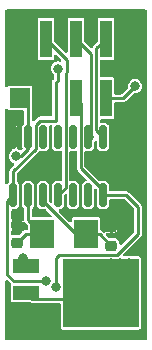
<source format=gbr>
%TF.GenerationSoftware,KiCad,Pcbnew,(6.0.9)*%
%TF.CreationDate,2022-11-21T17:19:19+00:00*%
%TF.ProjectId,DLSB-DRIVERBOARD-V1,444c5342-2d44-4524-9956-4552424f4152,rev?*%
%TF.SameCoordinates,Original*%
%TF.FileFunction,Copper,L1,Top*%
%TF.FilePolarity,Positive*%
%FSLAX46Y46*%
G04 Gerber Fmt 4.6, Leading zero omitted, Abs format (unit mm)*
G04 Created by KiCad (PCBNEW (6.0.9)) date 2022-11-21 17:19:19*
%MOMM*%
%LPD*%
G01*
G04 APERTURE LIST*
G04 Aperture macros list*
%AMRoundRect*
0 Rectangle with rounded corners*
0 $1 Rounding radius*
0 $2 $3 $4 $5 $6 $7 $8 $9 X,Y pos of 4 corners*
0 Add a 4 corners polygon primitive as box body*
4,1,4,$2,$3,$4,$5,$6,$7,$8,$9,$2,$3,0*
0 Add four circle primitives for the rounded corners*
1,1,$1+$1,$2,$3*
1,1,$1+$1,$4,$5*
1,1,$1+$1,$6,$7*
1,1,$1+$1,$8,$9*
0 Add four rect primitives between the rounded corners*
20,1,$1+$1,$2,$3,$4,$5,0*
20,1,$1+$1,$4,$5,$6,$7,0*
20,1,$1+$1,$6,$7,$8,$9,0*
20,1,$1+$1,$8,$9,$2,$3,0*%
G04 Aperture macros list end*
%TA.AperFunction,ComponentPad*%
%ADD10R,1.700000X1.700000*%
%TD*%
%TA.AperFunction,SMDPad,CuDef*%
%ADD11RoundRect,0.225000X0.250000X-0.225000X0.250000X0.225000X-0.250000X0.225000X-0.250000X-0.225000X0*%
%TD*%
%TA.AperFunction,SMDPad,CuDef*%
%ADD12R,1.000000X3.150000*%
%TD*%
%TA.AperFunction,SMDPad,CuDef*%
%ADD13RoundRect,0.150000X0.150000X-0.825000X0.150000X0.825000X-0.150000X0.825000X-0.150000X-0.825000X0*%
%TD*%
%TA.AperFunction,SMDPad,CuDef*%
%ADD14R,2.200000X1.200000*%
%TD*%
%TA.AperFunction,SMDPad,CuDef*%
%ADD15R,6.400000X5.800000*%
%TD*%
%TA.AperFunction,SMDPad,CuDef*%
%ADD16R,2.000000X2.400000*%
%TD*%
%TA.AperFunction,ViaPad*%
%ADD17C,0.800000*%
%TD*%
%TA.AperFunction,Conductor*%
%ADD18C,0.250000*%
%TD*%
G04 APERTURE END LIST*
D10*
%TO.P,J4,1,Pin_1*%
%TO.N,ADC0*%
X-4750000Y6500000D03*
%TD*%
D11*
%TO.P,C4,1*%
%TO.N,PB1*%
X3000000Y-6000000D03*
%TO.P,C4,2*%
%TO.N,GND*%
X3000000Y-4450000D03*
%TD*%
%TO.P,C3,1*%
%TO.N,CLKI*%
X-5000000Y-5775000D03*
%TO.P,C3,2*%
%TO.N,GND*%
X-5000000Y-4225000D03*
%TD*%
D12*
%TO.P,J1,1,Pin_1*%
%TO.N,ADC5*%
X2540000Y11525000D03*
%TO.P,J1,2,Pin_2*%
%TO.N,VOUT*%
X2540000Y6475000D03*
%TO.P,J1,3,Pin_3*%
%TO.N,ADC4*%
X0Y11525000D03*
%TO.P,J1,4,Pin_4*%
%TO.N,ADC6*%
X0Y6475000D03*
%TO.P,J1,5,Pin_5*%
%TO.N,PB3*%
X-2540000Y11525000D03*
%TO.P,J1,6,Pin_6*%
%TO.N,GND*%
X-2540000Y6475000D03*
%TD*%
D13*
%TO.P,U1,14,GND*%
%TO.N,GND*%
X-5310000Y3225000D03*
%TO.P,U1,13,PA0*%
%TO.N,ADC0*%
X-4040000Y3225000D03*
%TO.P,U1,12,PA1*%
%TO.N,ADC1*%
X-2770000Y3225000D03*
%TO.P,U1,11,PA2*%
%TO.N,ADC2*%
X-1500000Y3225000D03*
%TO.P,U1,10,PA3*%
%TO.N,ADC3*%
X-230000Y3225000D03*
%TO.P,U1,9,PA4*%
%TO.N,ADC4*%
X1040000Y3225000D03*
%TO.P,U1,8,PA5*%
%TO.N,ADC5*%
X2310000Y3225000D03*
%TO.P,U1,7,PA6*%
%TO.N,ADC6*%
X2310000Y-1725000D03*
%TO.P,U1,6,PA7*%
%TO.N,ADC7*%
X1040000Y-1725000D03*
%TO.P,U1,5,PB2*%
%TO.N,CKOUT*%
X-230000Y-1725000D03*
%TO.P,U1,4,~{RESET}/PB3*%
%TO.N,PB3*%
X-1500000Y-1725000D03*
%TO.P,U1,3,PB1*%
%TO.N,PB1*%
X-2770000Y-1725000D03*
%TO.P,U1,2,PB0*%
%TO.N,CLKI*%
X-4040000Y-1725000D03*
%TO.P,U1,1,VCC*%
%TO.N,VOUT*%
X-5310000Y-1725000D03*
%TD*%
D14*
%TO.P,Q2,1,G*%
%TO.N,Net-(Q1-Pad2)*%
X-4200000Y-7720000D03*
D15*
%TO.P,Q2,2,D*%
%TO.N,OUTPUT01*%
X2100000Y-10000000D03*
D14*
X-4200000Y-10000000D03*
%TO.P,Q2,3,S*%
%TO.N,GND*%
X-4200000Y-12280000D03*
%TD*%
D16*
%TO.P,Y1,1,1*%
%TO.N,CLKI*%
X-2850000Y-5000000D03*
%TO.P,Y1,2,2*%
%TO.N,PB1*%
X850000Y-5000000D03*
%TD*%
D17*
%TO.N,GND*%
X3862701Y-2449500D03*
%TO.N,VOUT*%
X-2547226Y-8970502D03*
%TO.N,ADC6*%
X-1699502Y-9500000D03*
%TO.N,ADC4*%
X1119500Y3225000D03*
%TO.N,OUTPUT01*%
X4500000Y-9750000D03*
X3750000Y-9750000D03*
X3000000Y-9750000D03*
X4500000Y-9000000D03*
X3750000Y-9000000D03*
X3000000Y-9000000D03*
X3000000Y-8250000D03*
X3750000Y-8250000D03*
X4500000Y-8250000D03*
X4500000Y-7500000D03*
X3750000Y-7500000D03*
X3000000Y-7500000D03*
%TO.N,GND*%
X-4250000Y-13000000D03*
X-5000000Y-13000000D03*
X-4250000Y-11500000D03*
X-5000000Y-11500000D03*
%TO.N,Net-(Q1-Pad2)*%
X-4500000Y-7000000D03*
%TO.N,GND*%
X-5068549Y-3568549D03*
%TO.N,VOUT*%
X5000000Y7500000D03*
%TO.N,ADC0*%
X-5061424Y1561423D03*
%TO.N,GND*%
X-5000000Y5000000D03*
%TO.N,VOUT*%
X-1500000Y9000000D03*
%TO.N,GND*%
X-2500000Y9000000D03*
%TD*%
D18*
%TO.N,ADC0*%
X-4040000Y5790000D02*
X-4040000Y3225000D01*
X-4750000Y6500000D02*
X-4040000Y5790000D01*
%TO.N,GND*%
X4000000Y-2312201D02*
X3862701Y-2449500D01*
X4000000Y-3450000D02*
X4000000Y-2312201D01*
X3000000Y-4450000D02*
X4000000Y-3450000D01*
%TO.N,ADC6*%
X5250000Y-5002817D02*
X3477817Y-6775000D01*
X4225000Y-1725000D02*
X5250000Y-2750000D01*
X2310000Y-1725000D02*
X4225000Y-1725000D01*
X5250000Y-2750000D02*
X5250000Y-5002817D01*
%TO.N,VOUT*%
X-2517728Y-9000000D02*
X-2547226Y-8970502D01*
X-5800000Y-8470000D02*
X-5270000Y-9000000D01*
X-5800000Y-2215000D02*
X-5800000Y-8470000D01*
X-5310000Y-1725000D02*
X-5800000Y-2215000D01*
X-5270000Y-9000000D02*
X-2517728Y-9000000D01*
%TO.N,OUTPUT01*%
X-3700000Y-10500000D02*
X-4200000Y-10000000D01*
X1600000Y-10500000D02*
X-3700000Y-10500000D01*
X2100000Y-10000000D02*
X1600000Y-10500000D01*
%TO.N,ADC6*%
X-1425000Y-6775000D02*
X3477817Y-6775000D01*
X-1699502Y-7049502D02*
X-1425000Y-6775000D01*
X-1699502Y-9500000D02*
X-1699502Y-7049502D01*
%TO.N,GND*%
X-4000000Y-12000000D02*
X-5000000Y-13000000D01*
X-4720000Y-12280000D02*
X-5000000Y-12000000D01*
X-4200000Y-12280000D02*
X-4720000Y-12280000D01*
%TO.N,Net-(Q1-Pad2)*%
X-4500000Y-7420000D02*
X-4200000Y-7720000D01*
X-4500000Y-7000000D02*
X-4500000Y-7420000D01*
%TO.N,GND*%
X-5000000Y-3500000D02*
X-5068549Y-3568549D01*
X-5000000Y-4225000D02*
X-5000000Y-3500000D01*
%TO.N,VOUT*%
X3975000Y6475000D02*
X5000000Y7500000D01*
X2540000Y6475000D02*
X3975000Y6475000D01*
%TO.N,ADC0*%
X-4040000Y2194645D02*
X-4617323Y1617322D01*
X-4673222Y1561423D02*
X-5061424Y1561423D01*
X-4617323Y1617322D02*
X-4673222Y1561423D01*
X-4040000Y3225000D02*
X-4040000Y2194645D01*
%TO.N,GND*%
X-5310000Y4690000D02*
X-5000000Y5000000D01*
X-5310000Y3225000D02*
X-5310000Y4690000D01*
%TO.N,ADC6*%
X2310000Y-1310000D02*
X2310000Y-1725000D01*
X395000Y6080000D02*
X395000Y605000D01*
X395000Y605000D02*
X2310000Y-1310000D01*
X0Y6475000D02*
X395000Y6080000D01*
%TO.N,PB3*%
X-875000Y-1100000D02*
X-1500000Y-1725000D01*
X-775000Y8699695D02*
X-875000Y8599695D01*
X-875000Y8599695D02*
X-875000Y-1100000D01*
X-775000Y9760000D02*
X-775000Y8699695D01*
X-2540000Y11525000D02*
X-775000Y9760000D01*
%TO.N,VOUT*%
X-1500000Y8000000D02*
X-1500000Y9000000D01*
X-1715000Y7785000D02*
X-1500000Y8000000D01*
%TO.N,GND*%
X-2540000Y8960000D02*
X-2500000Y9000000D01*
X-2540000Y6475000D02*
X-2540000Y8960000D01*
%TO.N,ADC4*%
X1265000Y3450000D02*
X1040000Y3225000D01*
X1265000Y10260000D02*
X1265000Y3450000D01*
X0Y11525000D02*
X1265000Y10260000D01*
%TO.N,ADC5*%
X1715000Y3820000D02*
X2310000Y3225000D01*
X2540000Y11525000D02*
X1715000Y10700000D01*
X1715000Y10700000D02*
X1715000Y3820000D01*
%TO.N,VOUT*%
X-1715000Y4575000D02*
X-1715000Y7785000D01*
X-3395000Y4246751D02*
X-3066751Y4575000D01*
X-3066751Y4575000D02*
X-1715000Y4575000D01*
X-3395000Y2203249D02*
X-3395000Y4246751D01*
X-5310000Y288249D02*
X-3395000Y2203249D01*
X-5310000Y-1725000D02*
X-5310000Y288249D01*
%TO.N,PB3*%
X-1500000Y-961751D02*
X-1500000Y-1725000D01*
%TO.N,CLKI*%
X-4225000Y-5000000D02*
X-5000000Y-5775000D01*
X-2850000Y-5000000D02*
X-4225000Y-5000000D01*
%TO.N,PB1*%
X850000Y-5000000D02*
X2000000Y-5000000D01*
X2000000Y-5000000D02*
X3000000Y-6000000D01*
X0Y-5000000D02*
X850000Y-5000000D01*
X-2770000Y-2230000D02*
X0Y-5000000D01*
X-2770000Y-1725000D02*
X-2770000Y-2230000D01*
%TO.N,CLKI*%
X-4040000Y-3810000D02*
X-2850000Y-5000000D01*
X-4040000Y-1725000D02*
X-4040000Y-3810000D01*
%TD*%
%TA.AperFunction,Conductor*%
%TO.N,GND*%
G36*
X5941121Y13978998D02*
G01*
X5987614Y13925342D01*
X5999000Y13873000D01*
X5999000Y-13873000D01*
X5978998Y-13941121D01*
X5925342Y-13987614D01*
X5873000Y-13999000D01*
X-5873000Y-13999000D01*
X-5941121Y-13978998D01*
X-5987614Y-13925342D01*
X-5999000Y-13873000D01*
X-5999000Y-12861885D01*
X-5300000Y-12861885D01*
X-5295525Y-12877124D01*
X-5294135Y-12878329D01*
X-5286452Y-12880000D01*
X-4368115Y-12880000D01*
X-4352876Y-12875525D01*
X-4351671Y-12874135D01*
X-4350000Y-12866452D01*
X-4350000Y-12861885D01*
X-4050000Y-12861885D01*
X-4045525Y-12877124D01*
X-4044135Y-12878329D01*
X-4036452Y-12880000D01*
X-3118115Y-12880000D01*
X-3102876Y-12875525D01*
X-3101671Y-12874135D01*
X-3100000Y-12866452D01*
X-3100000Y-12448115D01*
X-3104475Y-12432876D01*
X-3105865Y-12431671D01*
X-3113548Y-12430000D01*
X-4031885Y-12430000D01*
X-4047124Y-12434475D01*
X-4048329Y-12435865D01*
X-4050000Y-12443548D01*
X-4050000Y-12861885D01*
X-4350000Y-12861885D01*
X-4350000Y-12448115D01*
X-4354475Y-12432876D01*
X-4355865Y-12431671D01*
X-4363548Y-12430000D01*
X-5281885Y-12430000D01*
X-5297124Y-12434475D01*
X-5298329Y-12435865D01*
X-5300000Y-12443548D01*
X-5300000Y-12861885D01*
X-5999000Y-12861885D01*
X-5999000Y-12111885D01*
X-5300000Y-12111885D01*
X-5295525Y-12127124D01*
X-5294135Y-12128329D01*
X-5286452Y-12130000D01*
X-4368115Y-12130000D01*
X-4352876Y-12125525D01*
X-4351671Y-12124135D01*
X-4350000Y-12116452D01*
X-4350000Y-12111885D01*
X-4050000Y-12111885D01*
X-4045525Y-12127124D01*
X-4044135Y-12128329D01*
X-4036452Y-12130000D01*
X-3118115Y-12130000D01*
X-3102876Y-12125525D01*
X-3101671Y-12124135D01*
X-3100000Y-12116452D01*
X-3100000Y-11698115D01*
X-3104475Y-11682876D01*
X-3105865Y-11681671D01*
X-3113548Y-11680000D01*
X-4031885Y-11680000D01*
X-4047124Y-11684475D01*
X-4048329Y-11685865D01*
X-4050000Y-11693548D01*
X-4050000Y-12111885D01*
X-4350000Y-12111885D01*
X-4350000Y-11698115D01*
X-4354475Y-11682876D01*
X-4355865Y-11681671D01*
X-4363548Y-11680000D01*
X-5281885Y-11680000D01*
X-5297124Y-11684475D01*
X-5298329Y-11685865D01*
X-5300000Y-11693548D01*
X-5300000Y-12111885D01*
X-5999000Y-12111885D01*
X-5999000Y-9035517D01*
X-5978998Y-8967396D01*
X-5925342Y-8920903D01*
X-5855068Y-8910799D01*
X-5790488Y-8940293D01*
X-5783910Y-8946416D01*
X-5537691Y-9192636D01*
X-5523023Y-9207304D01*
X-5488998Y-9269616D01*
X-5493587Y-9320830D01*
X-5488867Y-9321769D01*
X-5500500Y-9380252D01*
X-5500500Y-10619748D01*
X-5488867Y-10678231D01*
X-5444552Y-10744552D01*
X-5378231Y-10788867D01*
X-5366062Y-10791288D01*
X-5366061Y-10791288D01*
X-5325816Y-10799293D01*
X-5319748Y-10800500D01*
X-3857381Y-10800500D01*
X-3818706Y-10807320D01*
X-3813045Y-10810588D01*
X-3779301Y-10816538D01*
X-3775942Y-10817130D01*
X-3765215Y-10819508D01*
X-3728807Y-10829264D01*
X-3717831Y-10828304D01*
X-3717828Y-10828304D01*
X-3691257Y-10825979D01*
X-3680276Y-10825500D01*
X-1426500Y-10825500D01*
X-1358379Y-10845502D01*
X-1311886Y-10899158D01*
X-1300500Y-10951500D01*
X-1300500Y-12919748D01*
X-1288867Y-12978231D01*
X-1244552Y-13044552D01*
X-1178231Y-13088867D01*
X-1166062Y-13091288D01*
X-1166061Y-13091288D01*
X-1125816Y-13099293D01*
X-1119748Y-13100500D01*
X5319748Y-13100500D01*
X5325816Y-13099293D01*
X5366061Y-13091288D01*
X5366062Y-13091288D01*
X5378231Y-13088867D01*
X5444552Y-13044552D01*
X5488867Y-12978231D01*
X5500500Y-12919748D01*
X5500500Y-7080252D01*
X5488867Y-7021769D01*
X5444552Y-6955448D01*
X5404539Y-6928712D01*
X5388547Y-6918026D01*
X5378231Y-6911133D01*
X5366062Y-6908712D01*
X5366061Y-6908712D01*
X5325816Y-6900707D01*
X5319748Y-6899500D01*
X4547619Y-6899500D01*
X4531173Y-6898422D01*
X4508188Y-6895396D01*
X4500000Y-6894318D01*
X4491812Y-6895396D01*
X4468827Y-6898422D01*
X4452381Y-6899500D01*
X4117833Y-6899500D01*
X4049712Y-6879498D01*
X4003219Y-6825842D01*
X3993115Y-6755568D01*
X4022609Y-6690988D01*
X4028738Y-6684405D01*
X4674766Y-6038378D01*
X5466222Y-5246922D01*
X5474326Y-5239495D01*
X5494750Y-5222357D01*
X5503194Y-5215272D01*
X5508704Y-5205729D01*
X5508707Y-5205725D01*
X5522036Y-5182638D01*
X5527941Y-5173368D01*
X5543232Y-5151530D01*
X5549554Y-5142501D01*
X5552407Y-5131853D01*
X5553886Y-5128682D01*
X5555078Y-5125406D01*
X5560588Y-5115862D01*
X5567134Y-5078741D01*
X5569508Y-5068034D01*
X5579263Y-5031624D01*
X5575979Y-4994086D01*
X5575500Y-4983105D01*
X5575500Y-2769710D01*
X5575980Y-2758728D01*
X5578303Y-2732180D01*
X5578303Y-2732178D01*
X5579264Y-2721193D01*
X5569508Y-2684785D01*
X5567130Y-2674058D01*
X5563260Y-2652112D01*
X5560588Y-2636955D01*
X5555077Y-2627410D01*
X5553885Y-2624134D01*
X5552408Y-2620966D01*
X5549554Y-2610316D01*
X5527945Y-2579456D01*
X5522039Y-2570185D01*
X5508707Y-2547094D01*
X5503194Y-2537545D01*
X5474317Y-2513315D01*
X5466215Y-2505889D01*
X4469111Y-1508785D01*
X4461684Y-1500681D01*
X4444541Y-1480251D01*
X4444542Y-1480251D01*
X4437455Y-1471806D01*
X4427906Y-1466293D01*
X4404815Y-1452961D01*
X4395544Y-1447055D01*
X4373715Y-1431770D01*
X4364684Y-1425446D01*
X4354034Y-1422592D01*
X4350866Y-1421115D01*
X4347590Y-1419923D01*
X4338045Y-1414412D01*
X4304301Y-1408462D01*
X4300942Y-1407870D01*
X4290215Y-1405492D01*
X4253807Y-1395736D01*
X4242822Y-1396697D01*
X4242820Y-1396697D01*
X4216272Y-1399020D01*
X4205290Y-1399500D01*
X2936500Y-1399500D01*
X2868379Y-1379498D01*
X2821886Y-1325842D01*
X2810500Y-1273500D01*
X2810500Y-866782D01*
X2801871Y-808162D01*
X2801784Y-807574D01*
X2801784Y-807573D01*
X2800358Y-797888D01*
X2775860Y-747992D01*
X2753522Y-702493D01*
X2753521Y-702491D01*
X2748932Y-693145D01*
X2666350Y-610707D01*
X2561518Y-559464D01*
X2527800Y-554545D01*
X2497744Y-550160D01*
X2497740Y-550160D01*
X2493218Y-549500D01*
X2126782Y-549500D01*
X2122230Y-550170D01*
X2122218Y-550171D01*
X2087495Y-555283D01*
X2017187Y-545416D01*
X1980048Y-519722D01*
X757405Y702921D01*
X723379Y765233D01*
X720500Y792016D01*
X720500Y1924246D01*
X740502Y1992367D01*
X794158Y2038860D01*
X854862Y2049780D01*
X856782Y2049500D01*
X1223218Y2049500D01*
X1227768Y2050170D01*
X1227771Y2050170D01*
X1282426Y2058216D01*
X1282427Y2058216D01*
X1292112Y2059642D01*
X1345714Y2085959D01*
X1387507Y2106478D01*
X1387509Y2106479D01*
X1396855Y2111068D01*
X1479293Y2193650D01*
X1530536Y2298482D01*
X1535302Y2331152D01*
X1539840Y2362256D01*
X1539840Y2362260D01*
X1540500Y2366782D01*
X1540500Y2744456D01*
X1560502Y2812577D01*
X1566537Y2821160D01*
X1583537Y2843315D01*
X1640875Y2885182D01*
X1711746Y2889404D01*
X1773649Y2854640D01*
X1806930Y2791928D01*
X1809500Y2766611D01*
X1809500Y2366782D01*
X1810170Y2362232D01*
X1810170Y2362229D01*
X1818216Y2307574D01*
X1819642Y2297888D01*
X1871068Y2193145D01*
X1953650Y2110707D01*
X1963006Y2106134D01*
X1963007Y2106133D01*
X1990501Y2092694D01*
X2058482Y2059464D01*
X2088973Y2055016D01*
X2122256Y2050160D01*
X2122260Y2050160D01*
X2126782Y2049500D01*
X2493218Y2049500D01*
X2497768Y2050170D01*
X2497771Y2050170D01*
X2552426Y2058216D01*
X2552427Y2058216D01*
X2562112Y2059642D01*
X2615714Y2085959D01*
X2657507Y2106478D01*
X2657509Y2106479D01*
X2666855Y2111068D01*
X2749293Y2193650D01*
X2800536Y2298482D01*
X2805302Y2331152D01*
X2809840Y2362256D01*
X2809840Y2362260D01*
X2810500Y2366782D01*
X2810500Y4083218D01*
X2805256Y4118844D01*
X2801784Y4142426D01*
X2801784Y4142427D01*
X2800358Y4152112D01*
X2775860Y4202008D01*
X2753522Y4247507D01*
X2753521Y4247509D01*
X2748932Y4256855D01*
X2666350Y4339293D01*
X2561518Y4390536D01*
X2531027Y4394984D01*
X2497744Y4399840D01*
X2497740Y4399840D01*
X2493218Y4400500D01*
X2166500Y4400500D01*
X2098379Y4420502D01*
X2051886Y4474158D01*
X2040500Y4526500D01*
X2040500Y4573500D01*
X2060502Y4641621D01*
X2114158Y4688114D01*
X2166500Y4699500D01*
X3059748Y4699500D01*
X3089500Y4705418D01*
X3106061Y4708712D01*
X3106062Y4708712D01*
X3118231Y4711133D01*
X3184552Y4755448D01*
X3211058Y4795116D01*
X3221974Y4811453D01*
X3228867Y4821769D01*
X3240500Y4880252D01*
X3240500Y6023500D01*
X3260502Y6091621D01*
X3314158Y6138114D01*
X3366500Y6149500D01*
X3955290Y6149500D01*
X3966272Y6149020D01*
X3992820Y6146697D01*
X3992822Y6146697D01*
X4003807Y6145736D01*
X4040215Y6155492D01*
X4050942Y6157870D01*
X4054301Y6158462D01*
X4088045Y6164412D01*
X4097590Y6169923D01*
X4100866Y6171115D01*
X4104034Y6172592D01*
X4114684Y6175446D01*
X4145544Y6197055D01*
X4154815Y6202961D01*
X4177906Y6216293D01*
X4187455Y6221806D01*
X4211685Y6250683D01*
X4219111Y6258785D01*
X4827617Y6867291D01*
X4889929Y6901317D01*
X4933157Y6903118D01*
X5000000Y6894318D01*
X5008188Y6895396D01*
X5148574Y6913878D01*
X5156762Y6914956D01*
X5302841Y6975464D01*
X5428282Y7071718D01*
X5524536Y7197159D01*
X5585044Y7343238D01*
X5605682Y7500000D01*
X5585044Y7656762D01*
X5524536Y7802841D01*
X5451484Y7898045D01*
X5433305Y7921736D01*
X5428282Y7928282D01*
X5302841Y8024536D01*
X5156762Y8085044D01*
X5000000Y8105682D01*
X4843238Y8085044D01*
X4697159Y8024536D01*
X4571718Y7928282D01*
X4566695Y7921736D01*
X4548516Y7898045D01*
X4475464Y7802841D01*
X4414956Y7656762D01*
X4394318Y7500000D01*
X4402409Y7438547D01*
X4403118Y7433158D01*
X4392179Y7363010D01*
X4367291Y7327617D01*
X3877079Y6837405D01*
X3814767Y6803379D01*
X3787984Y6800500D01*
X3366500Y6800500D01*
X3298379Y6820502D01*
X3251886Y6874158D01*
X3240500Y6926500D01*
X3240500Y8069748D01*
X3234896Y8097921D01*
X3231288Y8116061D01*
X3231288Y8116062D01*
X3228867Y8128231D01*
X3184552Y8194552D01*
X3118231Y8238867D01*
X3106062Y8241288D01*
X3106061Y8241288D01*
X3065816Y8249293D01*
X3059748Y8250500D01*
X2166500Y8250500D01*
X2098379Y8270502D01*
X2051886Y8324158D01*
X2040500Y8376500D01*
X2040500Y9623500D01*
X2060502Y9691621D01*
X2114158Y9738114D01*
X2166500Y9749500D01*
X3059748Y9749500D01*
X3065816Y9750707D01*
X3106061Y9758712D01*
X3106062Y9758712D01*
X3118231Y9761133D01*
X3184552Y9805448D01*
X3228867Y9871769D01*
X3233569Y9895405D01*
X3239293Y9924184D01*
X3240500Y9930252D01*
X3240500Y13119748D01*
X3228867Y13178231D01*
X3184552Y13244552D01*
X3118231Y13288867D01*
X3106062Y13291288D01*
X3106061Y13291288D01*
X3065816Y13299293D01*
X3059748Y13300500D01*
X2020252Y13300500D01*
X2014184Y13299293D01*
X1973939Y13291288D01*
X1973938Y13291288D01*
X1961769Y13288867D01*
X1895448Y13244552D01*
X1851133Y13178231D01*
X1839500Y13119748D01*
X1839500Y11337016D01*
X1819498Y11268895D01*
X1802595Y11247921D01*
X1498784Y10944110D01*
X1490680Y10936683D01*
X1461806Y10912455D01*
X1456293Y10902906D01*
X1442961Y10879815D01*
X1437055Y10870544D01*
X1415446Y10839684D01*
X1412592Y10829033D01*
X1411015Y10825651D01*
X1410959Y10825478D01*
X1410951Y10825457D01*
X1410882Y10825367D01*
X1410503Y10824553D01*
X1409565Y10822751D01*
X1408792Y10820885D01*
X1408177Y10819566D01*
X1407887Y10819064D01*
X1407693Y10819155D01*
X1405432Y10814812D01*
X1404412Y10813045D01*
X1404412Y10813044D01*
X1402404Y10814204D01*
X1368009Y10768919D01*
X1301317Y10744573D01*
X1232050Y10760149D01*
X1204111Y10781216D01*
X737405Y11247921D01*
X703380Y11310234D01*
X700500Y11337017D01*
X700500Y13119748D01*
X688867Y13178231D01*
X644552Y13244552D01*
X578231Y13288867D01*
X566062Y13291288D01*
X566061Y13291288D01*
X525816Y13299293D01*
X519748Y13300500D01*
X-519748Y13300500D01*
X-525816Y13299293D01*
X-566061Y13291288D01*
X-566062Y13291288D01*
X-578231Y13288867D01*
X-644552Y13244552D01*
X-688867Y13178231D01*
X-700500Y13119748D01*
X-700500Y10450016D01*
X-720502Y10381895D01*
X-774158Y10335402D01*
X-844432Y10325298D01*
X-909012Y10354792D01*
X-915595Y10360921D01*
X-1802595Y11247921D01*
X-1836621Y11310233D01*
X-1839500Y11337016D01*
X-1839500Y13119748D01*
X-1851133Y13178231D01*
X-1895448Y13244552D01*
X-1961769Y13288867D01*
X-1973938Y13291288D01*
X-1973939Y13291288D01*
X-2014184Y13299293D01*
X-2020252Y13300500D01*
X-3059748Y13300500D01*
X-3065816Y13299293D01*
X-3106061Y13291288D01*
X-3106062Y13291288D01*
X-3118231Y13288867D01*
X-3184552Y13244552D01*
X-3228867Y13178231D01*
X-3240500Y13119748D01*
X-3240500Y9930252D01*
X-3239293Y9924184D01*
X-3233568Y9895405D01*
X-3228867Y9871769D01*
X-3184552Y9805448D01*
X-3118231Y9761133D01*
X-3106062Y9758712D01*
X-3106061Y9758712D01*
X-3065816Y9750707D01*
X-3059748Y9749500D01*
X-2020252Y9749500D01*
X-2014184Y9750707D01*
X-1973939Y9758712D01*
X-1973938Y9758712D01*
X-1961769Y9761133D01*
X-1895448Y9805448D01*
X-1851133Y9871769D01*
X-1846431Y9895405D01*
X-1840707Y9924184D01*
X-1839500Y9930252D01*
X-1839500Y10059984D01*
X-1819498Y10128105D01*
X-1765842Y10174598D01*
X-1695568Y10184702D01*
X-1630988Y10155208D01*
X-1624405Y10149079D01*
X-1279950Y9804624D01*
X-1245924Y9742312D01*
X-1250989Y9671497D01*
X-1293536Y9614661D01*
X-1360056Y9589850D01*
X-1385491Y9590607D01*
X-1491812Y9604604D01*
X-1500000Y9605682D01*
X-1656762Y9585044D01*
X-1802841Y9524536D01*
X-1928282Y9428282D01*
X-2024536Y9302841D01*
X-2085044Y9156762D01*
X-2105682Y9000000D01*
X-2085044Y8843238D01*
X-2024536Y8697159D01*
X-1928282Y8571718D01*
X-1921736Y8566695D01*
X-1874796Y8530677D01*
X-1832929Y8473339D01*
X-1825500Y8430714D01*
X-1825500Y8187016D01*
X-1845502Y8118895D01*
X-1862405Y8097921D01*
X-1891193Y8069133D01*
X-1953505Y8035107D01*
X-2024320Y8040172D01*
X-2033553Y8045651D01*
X-2053548Y8050000D01*
X-2371885Y8050000D01*
X-2387124Y8045525D01*
X-2388329Y8044135D01*
X-2390000Y8036452D01*
X-2390000Y6451000D01*
X-2410002Y6382879D01*
X-2463658Y6336386D01*
X-2516000Y6325000D01*
X-3021885Y6325000D01*
X-3037124Y6320525D01*
X-3038329Y6319135D01*
X-3040000Y6311452D01*
X-3040000Y5015965D01*
X-3060002Y4947844D01*
X-3113658Y4901351D01*
X-3144120Y4891879D01*
X-3168945Y4887502D01*
X-3168948Y4887501D01*
X-3179796Y4885588D01*
X-3189339Y4880079D01*
X-3192616Y4878886D01*
X-3195787Y4877407D01*
X-3206435Y4874554D01*
X-3215464Y4868232D01*
X-3237302Y4852941D01*
X-3246572Y4847036D01*
X-3269659Y4833707D01*
X-3269663Y4833704D01*
X-3279206Y4828194D01*
X-3286291Y4819750D01*
X-3303426Y4799330D01*
X-3310851Y4791227D01*
X-3460456Y4641621D01*
X-3499404Y4602673D01*
X-3561716Y4568648D01*
X-3632532Y4573712D01*
X-3689368Y4616259D01*
X-3714179Y4682779D01*
X-3714500Y4691768D01*
X-3714500Y5544904D01*
X-3709232Y5571391D01*
X-3711133Y5571769D01*
X-3700707Y5624184D01*
X-3699500Y5630252D01*
X-3699500Y6643115D01*
X-3040000Y6643115D01*
X-3035525Y6627876D01*
X-3034135Y6626671D01*
X-3026452Y6625000D01*
X-2708115Y6625000D01*
X-2692876Y6629475D01*
X-2691671Y6630865D01*
X-2690000Y6638548D01*
X-2690000Y8031885D01*
X-2694475Y8047124D01*
X-2695865Y8048329D01*
X-2703548Y8050000D01*
X-3021885Y8050000D01*
X-3037124Y8045525D01*
X-3038329Y8044135D01*
X-3040000Y8036452D01*
X-3040000Y6643115D01*
X-3699500Y6643115D01*
X-3699500Y7369748D01*
X-3711133Y7428231D01*
X-3755448Y7494552D01*
X-3821769Y7538867D01*
X-3833938Y7541288D01*
X-3833939Y7541288D01*
X-3874184Y7549293D01*
X-3880252Y7550500D01*
X-5619748Y7550500D01*
X-5625816Y7549293D01*
X-5666061Y7541288D01*
X-5666062Y7541288D01*
X-5678231Y7538867D01*
X-5744552Y7494552D01*
X-5751443Y7484239D01*
X-5751445Y7484237D01*
X-5768235Y7459109D01*
X-5822712Y7413581D01*
X-5893155Y7404733D01*
X-5957199Y7435375D01*
X-5994511Y7495776D01*
X-5999000Y7529111D01*
X-5999000Y13873000D01*
X-5978998Y13941121D01*
X-5925342Y13987614D01*
X-5873000Y13999000D01*
X5873000Y13999000D01*
X5941121Y13978998D01*
G37*
%TD.AperFunction*%
%TA.AperFunction,Conductor*%
G36*
X-413218Y2049500D02*
G01*
X-56500Y2049500D01*
X11621Y2029498D01*
X58114Y1975842D01*
X69500Y1923500D01*
X69500Y624710D01*
X69020Y613728D01*
X65736Y576193D01*
X68590Y565544D01*
X75491Y539790D01*
X77870Y529058D01*
X84412Y491955D01*
X89923Y482410D01*
X91115Y479134D01*
X92592Y475966D01*
X95446Y465316D01*
X101770Y456285D01*
X117055Y434456D01*
X122961Y425185D01*
X129485Y413886D01*
X141806Y392545D01*
X150251Y385459D01*
X170682Y368315D01*
X178785Y360889D01*
X882108Y-342434D01*
X916134Y-404746D01*
X911069Y-475561D01*
X868522Y-532397D01*
X811364Y-556185D01*
X797580Y-558214D01*
X797573Y-558216D01*
X787888Y-559642D01*
X762455Y-572129D01*
X692493Y-606478D01*
X692491Y-606479D01*
X683145Y-611068D01*
X600707Y-693650D01*
X549464Y-798482D01*
X539500Y-866782D01*
X539500Y-2583218D01*
X540170Y-2587768D01*
X540170Y-2587771D01*
X548216Y-2642426D01*
X549642Y-2652112D01*
X565686Y-2684790D01*
X578331Y-2710544D01*
X601068Y-2756855D01*
X683650Y-2839293D01*
X788482Y-2890536D01*
X818973Y-2894984D01*
X852256Y-2899840D01*
X852260Y-2899840D01*
X856782Y-2900500D01*
X1223218Y-2900500D01*
X1227768Y-2899830D01*
X1227771Y-2899830D01*
X1282426Y-2891784D01*
X1282427Y-2891784D01*
X1292112Y-2890358D01*
X1342008Y-2865860D01*
X1387507Y-2843522D01*
X1387509Y-2843521D01*
X1396855Y-2838932D01*
X1479293Y-2756350D01*
X1530536Y-2651518D01*
X1540500Y-2583218D01*
X1540500Y-1305016D01*
X1560502Y-1236895D01*
X1614158Y-1190402D01*
X1684432Y-1180298D01*
X1749012Y-1209792D01*
X1755595Y-1215921D01*
X1772595Y-1232921D01*
X1806621Y-1295233D01*
X1809500Y-1322016D01*
X1809500Y-2583218D01*
X1810170Y-2587768D01*
X1810170Y-2587771D01*
X1818216Y-2642426D01*
X1819642Y-2652112D01*
X1835686Y-2684790D01*
X1848331Y-2710544D01*
X1871068Y-2756855D01*
X1953650Y-2839293D01*
X2058482Y-2890536D01*
X2088973Y-2894984D01*
X2122256Y-2899840D01*
X2122260Y-2899840D01*
X2126782Y-2900500D01*
X2493218Y-2900500D01*
X2497768Y-2899830D01*
X2497771Y-2899830D01*
X2552426Y-2891784D01*
X2552427Y-2891784D01*
X2562112Y-2890358D01*
X2612008Y-2865860D01*
X2657507Y-2843522D01*
X2657509Y-2843521D01*
X2666855Y-2838932D01*
X2749293Y-2756350D01*
X2800536Y-2651518D01*
X2810500Y-2583218D01*
X2810500Y-2176500D01*
X2830502Y-2108379D01*
X2884158Y-2061886D01*
X2936500Y-2050500D01*
X4037984Y-2050500D01*
X4106105Y-2070502D01*
X4127079Y-2087405D01*
X4887595Y-2847921D01*
X4921621Y-2910233D01*
X4924500Y-2937016D01*
X4924500Y-4815800D01*
X4904498Y-4883921D01*
X4887595Y-4904895D01*
X4320531Y-5471960D01*
X3890595Y-5901896D01*
X3828283Y-5935921D01*
X3757468Y-5930857D01*
X3700632Y-5888310D01*
X3675821Y-5821790D01*
X3675500Y-5812801D01*
X3675500Y-5741512D01*
X3659719Y-5641874D01*
X3598528Y-5521780D01*
X3503220Y-5426472D01*
X3383126Y-5365281D01*
X3373337Y-5363731D01*
X3373335Y-5363730D01*
X3343851Y-5359060D01*
X3283488Y-5349500D01*
X2862016Y-5349500D01*
X2793895Y-5329498D01*
X2772921Y-5312595D01*
X2562779Y-5102453D01*
X2528753Y-5040141D01*
X2533818Y-4969326D01*
X2576365Y-4912490D01*
X2642885Y-4887679D01*
X2676456Y-4889779D01*
X2721773Y-4898793D01*
X2734027Y-4900000D01*
X2831885Y-4900000D01*
X2847124Y-4895525D01*
X2848329Y-4894135D01*
X2850000Y-4886452D01*
X2850000Y-4881885D01*
X3150000Y-4881885D01*
X3154475Y-4897124D01*
X3155865Y-4898329D01*
X3163548Y-4900000D01*
X3265973Y-4900000D01*
X3278227Y-4898793D01*
X3325622Y-4889366D01*
X3348108Y-4880052D01*
X3401900Y-4844109D01*
X3419109Y-4826900D01*
X3455052Y-4773108D01*
X3464366Y-4750622D01*
X3473793Y-4703227D01*
X3475000Y-4690973D01*
X3475000Y-4618115D01*
X3470525Y-4602876D01*
X3469135Y-4601671D01*
X3461452Y-4600000D01*
X3168115Y-4600000D01*
X3152876Y-4604475D01*
X3151671Y-4605865D01*
X3150000Y-4613548D01*
X3150000Y-4881885D01*
X2850000Y-4881885D01*
X2850000Y-4618115D01*
X2845525Y-4602876D01*
X2844135Y-4601671D01*
X2836452Y-4600000D01*
X2543115Y-4600000D01*
X2527876Y-4604475D01*
X2526671Y-4605865D01*
X2525000Y-4613548D01*
X2525000Y-4690973D01*
X2526207Y-4703227D01*
X2535221Y-4748544D01*
X2528893Y-4819258D01*
X2485339Y-4875326D01*
X2418386Y-4898945D01*
X2349293Y-4882618D01*
X2322547Y-4862221D01*
X2244111Y-4783785D01*
X2236684Y-4775681D01*
X2219541Y-4755251D01*
X2219542Y-4755251D01*
X2212455Y-4746806D01*
X2202906Y-4741293D01*
X2179815Y-4727961D01*
X2170544Y-4722055D01*
X2167842Y-4720163D01*
X2139684Y-4700446D01*
X2129033Y-4697592D01*
X2124553Y-4695503D01*
X2114832Y-4690444D01*
X2113516Y-4689684D01*
X2064516Y-4638311D01*
X2050500Y-4580556D01*
X2050500Y-4281885D01*
X2525000Y-4281885D01*
X2529475Y-4297124D01*
X2530865Y-4298329D01*
X2538548Y-4300000D01*
X2831885Y-4300000D01*
X2847124Y-4295525D01*
X2848329Y-4294135D01*
X2850000Y-4286452D01*
X2850000Y-4281885D01*
X3150000Y-4281885D01*
X3154475Y-4297124D01*
X3155865Y-4298329D01*
X3163548Y-4300000D01*
X3456885Y-4300000D01*
X3472124Y-4295525D01*
X3473329Y-4294135D01*
X3475000Y-4286452D01*
X3475000Y-4209027D01*
X3473793Y-4196773D01*
X3464366Y-4149378D01*
X3455052Y-4126892D01*
X3419109Y-4073100D01*
X3401900Y-4055891D01*
X3348108Y-4019948D01*
X3325622Y-4010634D01*
X3278227Y-4001207D01*
X3265973Y-4000000D01*
X3168115Y-4000000D01*
X3152876Y-4004475D01*
X3151671Y-4005865D01*
X3150000Y-4013548D01*
X3150000Y-4281885D01*
X2850000Y-4281885D01*
X2850000Y-4018115D01*
X2845525Y-4002876D01*
X2844135Y-4001671D01*
X2836452Y-4000000D01*
X2734027Y-4000000D01*
X2721773Y-4001207D01*
X2674378Y-4010634D01*
X2651892Y-4019948D01*
X2598100Y-4055891D01*
X2580891Y-4073100D01*
X2544948Y-4126892D01*
X2535634Y-4149378D01*
X2526207Y-4196773D01*
X2525000Y-4209027D01*
X2525000Y-4281885D01*
X2050500Y-4281885D01*
X2050500Y-3780252D01*
X2038867Y-3721769D01*
X1994552Y-3655448D01*
X1928231Y-3611133D01*
X1916062Y-3608712D01*
X1916061Y-3608712D01*
X1875816Y-3600707D01*
X1869748Y-3599500D01*
X-169748Y-3599500D01*
X-175816Y-3600707D01*
X-216061Y-3608712D01*
X-216062Y-3608712D01*
X-228231Y-3611133D01*
X-294552Y-3655448D01*
X-338867Y-3721769D01*
X-350500Y-3780252D01*
X-350500Y-3884984D01*
X-370502Y-3953105D01*
X-424158Y-3999598D01*
X-494432Y-4009702D01*
X-559012Y-3980208D01*
X-565595Y-3974079D01*
X-1424079Y-3115595D01*
X-1458105Y-3053283D01*
X-1453040Y-2982468D01*
X-1410493Y-2925632D01*
X-1343973Y-2900821D01*
X-1334984Y-2900500D01*
X-1316782Y-2900500D01*
X-1312232Y-2899830D01*
X-1312229Y-2899830D01*
X-1257574Y-2891784D01*
X-1257573Y-2891784D01*
X-1247888Y-2890358D01*
X-1197992Y-2865860D01*
X-1152493Y-2843522D01*
X-1152491Y-2843521D01*
X-1143145Y-2838932D01*
X-1060707Y-2756350D01*
X-1009464Y-2651518D01*
X-999500Y-2583218D01*
X-999500Y-1737017D01*
X-979498Y-1668896D01*
X-962595Y-1647922D01*
X-945595Y-1630922D01*
X-883283Y-1596896D01*
X-812468Y-1601961D01*
X-755632Y-1644508D01*
X-730821Y-1711028D01*
X-730500Y-1720017D01*
X-730500Y-2583218D01*
X-729830Y-2587768D01*
X-729830Y-2587771D01*
X-721784Y-2642426D01*
X-720358Y-2652112D01*
X-704314Y-2684790D01*
X-691669Y-2710544D01*
X-668932Y-2756855D01*
X-586350Y-2839293D01*
X-481518Y-2890536D01*
X-451027Y-2894984D01*
X-417744Y-2899840D01*
X-417740Y-2899840D01*
X-413218Y-2900500D01*
X-46782Y-2900500D01*
X-42232Y-2899830D01*
X-42229Y-2899830D01*
X12426Y-2891784D01*
X12427Y-2891784D01*
X22112Y-2890358D01*
X72008Y-2865860D01*
X117507Y-2843522D01*
X117509Y-2843521D01*
X126855Y-2838932D01*
X209293Y-2756350D01*
X260536Y-2651518D01*
X270500Y-2583218D01*
X270500Y-866782D01*
X261871Y-808162D01*
X261784Y-807574D01*
X261784Y-807573D01*
X260358Y-797888D01*
X235860Y-747992D01*
X213522Y-702493D01*
X213521Y-702491D01*
X208932Y-693145D01*
X126350Y-610707D01*
X21518Y-559464D01*
X-12200Y-554545D01*
X-42256Y-550160D01*
X-42260Y-550160D01*
X-46782Y-549500D01*
X-413218Y-549500D01*
X-415012Y-549764D01*
X-483708Y-534936D01*
X-533990Y-484815D01*
X-549500Y-424252D01*
X-549500Y1924246D01*
X-529498Y1992367D01*
X-475842Y2038860D01*
X-415138Y2049780D01*
X-413218Y2049500D01*
G37*
%TD.AperFunction*%
%TA.AperFunction,Conductor*%
G36*
X-2053836Y4229498D02*
G01*
X-2007343Y4175842D01*
X-1997277Y4105311D01*
X-2000500Y4083218D01*
X-2000500Y2366782D01*
X-1999830Y2362232D01*
X-1999830Y2362229D01*
X-1991784Y2307574D01*
X-1990358Y2297888D01*
X-1938932Y2193145D01*
X-1856350Y2110707D01*
X-1846994Y2106134D01*
X-1846993Y2106133D01*
X-1819499Y2092694D01*
X-1751518Y2059464D01*
X-1721027Y2055016D01*
X-1687744Y2050160D01*
X-1687740Y2050160D01*
X-1683218Y2049500D01*
X-1326500Y2049500D01*
X-1258379Y2029498D01*
X-1211886Y1975842D01*
X-1200500Y1923500D01*
X-1200500Y-423500D01*
X-1220502Y-491621D01*
X-1274158Y-538114D01*
X-1326500Y-549500D01*
X-1683218Y-549500D01*
X-1687768Y-550170D01*
X-1687771Y-550170D01*
X-1742426Y-558216D01*
X-1742427Y-558216D01*
X-1752112Y-559642D01*
X-1777545Y-572129D01*
X-1847507Y-606478D01*
X-1847509Y-606479D01*
X-1856855Y-611068D01*
X-1939293Y-693650D01*
X-1990536Y-798482D01*
X-2000500Y-866782D01*
X-2000500Y-2234984D01*
X-2020502Y-2303105D01*
X-2074158Y-2349598D01*
X-2144432Y-2359702D01*
X-2209012Y-2330208D01*
X-2215595Y-2324079D01*
X-2232595Y-2307079D01*
X-2266621Y-2244767D01*
X-2269500Y-2217984D01*
X-2269500Y-866782D01*
X-2278129Y-808162D01*
X-2278216Y-807574D01*
X-2278216Y-807573D01*
X-2279642Y-797888D01*
X-2304140Y-747992D01*
X-2326478Y-702493D01*
X-2326479Y-702491D01*
X-2331068Y-693145D01*
X-2413650Y-610707D01*
X-2518482Y-559464D01*
X-2552200Y-554545D01*
X-2582256Y-550160D01*
X-2582260Y-550160D01*
X-2586782Y-549500D01*
X-2953218Y-549500D01*
X-2957768Y-550170D01*
X-2957771Y-550170D01*
X-3012426Y-558216D01*
X-3012427Y-558216D01*
X-3022112Y-559642D01*
X-3047545Y-572129D01*
X-3117507Y-606478D01*
X-3117509Y-606479D01*
X-3126855Y-611068D01*
X-3209293Y-693650D01*
X-3260536Y-798482D01*
X-3270500Y-866782D01*
X-3270500Y-2583218D01*
X-3269830Y-2587768D01*
X-3269830Y-2587771D01*
X-3261784Y-2642426D01*
X-3260358Y-2652112D01*
X-3244314Y-2684790D01*
X-3231669Y-2710544D01*
X-3208932Y-2756855D01*
X-3126350Y-2839293D01*
X-3021518Y-2890536D01*
X-2991027Y-2894984D01*
X-2957744Y-2899840D01*
X-2957740Y-2899840D01*
X-2953218Y-2900500D01*
X-2612016Y-2900500D01*
X-2543895Y-2920502D01*
X-2522921Y-2937405D01*
X-2075921Y-3384405D01*
X-2041895Y-3446717D01*
X-2046960Y-3517532D01*
X-2089507Y-3574368D01*
X-2156027Y-3599179D01*
X-2165016Y-3599500D01*
X-3588500Y-3599500D01*
X-3656621Y-3579498D01*
X-3703114Y-3525842D01*
X-3714500Y-3473500D01*
X-3714500Y-2922468D01*
X-3694498Y-2854347D01*
X-3677673Y-2833450D01*
X-3676160Y-2831935D01*
X-3600707Y-2756350D01*
X-3549464Y-2651518D01*
X-3539500Y-2583218D01*
X-3539500Y-866782D01*
X-3548129Y-808162D01*
X-3548216Y-807574D01*
X-3548216Y-807573D01*
X-3549642Y-797888D01*
X-3574140Y-747992D01*
X-3596478Y-702493D01*
X-3596479Y-702491D01*
X-3601068Y-693145D01*
X-3683650Y-610707D01*
X-3788482Y-559464D01*
X-3822200Y-554545D01*
X-3852256Y-550160D01*
X-3852260Y-550160D01*
X-3856782Y-549500D01*
X-4223218Y-549500D01*
X-4227768Y-550170D01*
X-4227771Y-550170D01*
X-4282426Y-558216D01*
X-4282427Y-558216D01*
X-4292112Y-559642D01*
X-4317545Y-572129D01*
X-4387507Y-606478D01*
X-4387509Y-606479D01*
X-4396855Y-611068D01*
X-4479293Y-693650D01*
X-4530536Y-798482D01*
X-4540500Y-866782D01*
X-4540500Y-2583218D01*
X-4539830Y-2587768D01*
X-4539830Y-2587771D01*
X-4531784Y-2642426D01*
X-4530358Y-2652112D01*
X-4514314Y-2684790D01*
X-4501669Y-2710544D01*
X-4478932Y-2756855D01*
X-4449038Y-2786697D01*
X-4402482Y-2833172D01*
X-4368403Y-2895455D01*
X-4365500Y-2922345D01*
X-4365500Y-3759301D01*
X-4385502Y-3827422D01*
X-4439158Y-3873915D01*
X-4509432Y-3884019D01*
X-4574012Y-3854525D01*
X-4580595Y-3848396D01*
X-4598100Y-3830891D01*
X-4651892Y-3794948D01*
X-4674378Y-3785634D01*
X-4721773Y-3776207D01*
X-4734027Y-3775000D01*
X-4831885Y-3775000D01*
X-4847124Y-3779475D01*
X-4848329Y-3780865D01*
X-4850000Y-3788548D01*
X-4850000Y-4056885D01*
X-4845525Y-4072124D01*
X-4844135Y-4073329D01*
X-4836452Y-4075000D01*
X-4543115Y-4075000D01*
X-4527876Y-4070525D01*
X-4526671Y-4069135D01*
X-4524609Y-4059655D01*
X-4490584Y-3997343D01*
X-4428272Y-3963318D01*
X-4357456Y-3968382D01*
X-4304965Y-4005448D01*
X-4298707Y-4012906D01*
X-4293194Y-4022455D01*
X-4284748Y-4029542D01*
X-4264318Y-4046685D01*
X-4256215Y-4054111D01*
X-4087405Y-4222921D01*
X-4053379Y-4285233D01*
X-4050500Y-4312016D01*
X-4050500Y-4548500D01*
X-4070502Y-4616621D01*
X-4124158Y-4663114D01*
X-4176500Y-4674500D01*
X-4205289Y-4674500D01*
X-4216271Y-4674020D01*
X-4242821Y-4671697D01*
X-4242822Y-4671697D01*
X-4253806Y-4670736D01*
X-4264457Y-4673590D01*
X-4264458Y-4673590D01*
X-4290208Y-4680489D01*
X-4300935Y-4682867D01*
X-4327185Y-4687496D01*
X-4327190Y-4687498D01*
X-4338045Y-4689412D01*
X-4347593Y-4694925D01*
X-4350869Y-4696117D01*
X-4354031Y-4697592D01*
X-4364684Y-4700446D01*
X-4373714Y-4706769D01*
X-4373744Y-4706783D01*
X-4443936Y-4717443D01*
X-4508748Y-4688462D01*
X-4547603Y-4629041D01*
X-4548165Y-4558047D01*
X-4543400Y-4544366D01*
X-4535633Y-4525617D01*
X-4526207Y-4478227D01*
X-4525000Y-4465973D01*
X-4525000Y-4393115D01*
X-4529475Y-4377876D01*
X-4530865Y-4376671D01*
X-4538548Y-4375000D01*
X-4831885Y-4375000D01*
X-4847124Y-4379475D01*
X-4848329Y-4380865D01*
X-4850000Y-4388548D01*
X-4850000Y-4656885D01*
X-4845525Y-4672124D01*
X-4844135Y-4673329D01*
X-4836452Y-4675000D01*
X-4734027Y-4675000D01*
X-4721773Y-4673793D01*
X-4676456Y-4664779D01*
X-4605742Y-4671107D01*
X-4549674Y-4714661D01*
X-4526055Y-4781614D01*
X-4542382Y-4850707D01*
X-4562779Y-4877453D01*
X-4772921Y-5087595D01*
X-4835233Y-5121621D01*
X-4862016Y-5124500D01*
X-5283488Y-5124500D01*
X-5328789Y-5131675D01*
X-5399200Y-5122575D01*
X-5453514Y-5076853D01*
X-5474500Y-5007226D01*
X-5474500Y-4788284D01*
X-5454498Y-4720163D01*
X-5400842Y-4673670D01*
X-5323919Y-4664705D01*
X-5278230Y-4673793D01*
X-5265973Y-4675000D01*
X-5168115Y-4675000D01*
X-5152876Y-4670525D01*
X-5151671Y-4669135D01*
X-5150000Y-4661452D01*
X-5150000Y-3793115D01*
X-5154475Y-3777876D01*
X-5155865Y-3776671D01*
X-5163548Y-3775000D01*
X-5265973Y-3775000D01*
X-5278230Y-3776207D01*
X-5323919Y-3785295D01*
X-5394633Y-3778967D01*
X-5450700Y-3735412D01*
X-5474500Y-3661716D01*
X-5474500Y-3026500D01*
X-5454498Y-2958379D01*
X-5400842Y-2911886D01*
X-5348500Y-2900500D01*
X-5126782Y-2900500D01*
X-5122232Y-2899830D01*
X-5122229Y-2899830D01*
X-5067574Y-2891784D01*
X-5067573Y-2891784D01*
X-5057888Y-2890358D01*
X-5007992Y-2865860D01*
X-4962493Y-2843522D01*
X-4962491Y-2843521D01*
X-4953145Y-2838932D01*
X-4870707Y-2756350D01*
X-4819464Y-2651518D01*
X-4809500Y-2583218D01*
X-4809500Y-866782D01*
X-4818129Y-808162D01*
X-4818216Y-807574D01*
X-4818216Y-807573D01*
X-4819642Y-797888D01*
X-4844140Y-747992D01*
X-4866478Y-702493D01*
X-4866479Y-702491D01*
X-4871068Y-693145D01*
X-4947518Y-616828D01*
X-4981597Y-554545D01*
X-4984500Y-527655D01*
X-4984500Y101233D01*
X-4964498Y169354D01*
X-4947595Y190328D01*
X-3178785Y1959138D01*
X-3170681Y1966565D01*
X-3150251Y1983708D01*
X-3141806Y1990794D01*
X-3136294Y2000341D01*
X-3129208Y2008786D01*
X-3127252Y2007144D01*
X-3087247Y2045289D01*
X-3011322Y2057976D01*
X-2975993Y2052823D01*
X-2953218Y2049500D01*
X-2586782Y2049500D01*
X-2582232Y2050170D01*
X-2582229Y2050170D01*
X-2527574Y2058216D01*
X-2527573Y2058216D01*
X-2517888Y2059642D01*
X-2464286Y2085959D01*
X-2422493Y2106478D01*
X-2422491Y2106479D01*
X-2413145Y2111068D01*
X-2330707Y2193650D01*
X-2279464Y2298482D01*
X-2274698Y2331152D01*
X-2270160Y2362256D01*
X-2270160Y2362260D01*
X-2269500Y2366782D01*
X-2269500Y4083218D01*
X-2271434Y4096358D01*
X-2272728Y4105152D01*
X-2262859Y4175459D01*
X-2216545Y4229270D01*
X-2148071Y4249500D01*
X-2121957Y4249500D01*
X-2053836Y4229498D01*
G37*
%TD.AperFunction*%
%TA.AperFunction,Conductor*%
G36*
X-5790488Y5566113D02*
G01*
X-5768235Y5540891D01*
X-5751445Y5515763D01*
X-5751443Y5515761D01*
X-5744552Y5505448D01*
X-5678231Y5461133D01*
X-5666062Y5458712D01*
X-5666061Y5458712D01*
X-5625816Y5450707D01*
X-5619748Y5449500D01*
X-4491500Y5449500D01*
X-4423379Y5429498D01*
X-4376886Y5375842D01*
X-4365500Y5323500D01*
X-4365500Y4422468D01*
X-4385502Y4354347D01*
X-4402325Y4333452D01*
X-4479293Y4256350D01*
X-4530536Y4151518D01*
X-4540500Y4083218D01*
X-4540500Y2366782D01*
X-4539830Y2362232D01*
X-4539830Y2362229D01*
X-4531784Y2307574D01*
X-4530358Y2297888D01*
X-4526042Y2289098D01*
X-4523137Y2279749D01*
X-4524455Y2279340D01*
X-4514122Y2219437D01*
X-4541795Y2154055D01*
X-4550198Y2144773D01*
X-4596183Y2098788D01*
X-4658495Y2064762D01*
X-4729310Y2069827D01*
X-4748281Y2078766D01*
X-4752030Y2080931D01*
X-4758583Y2085959D01*
X-4766209Y2089118D01*
X-4766211Y2089119D01*
X-4897033Y2143307D01*
X-4904662Y2146467D01*
X-4929085Y2149682D01*
X-4994012Y2178403D01*
X-5033104Y2237667D01*
X-5033951Y2308659D01*
X-5029049Y2322822D01*
X-5016282Y2353644D01*
X-5011207Y2379158D01*
X-5010000Y2391412D01*
X-5010000Y3056885D01*
X-5014475Y3072124D01*
X-5015865Y3073329D01*
X-5023548Y3075000D01*
X-5591884Y3075000D01*
X-5607123Y3070525D01*
X-5608328Y3069135D01*
X-5609999Y3061452D01*
X-5609999Y2391414D01*
X-5608791Y2379154D01*
X-5603718Y2353648D01*
X-5594401Y2331152D01*
X-5575037Y2302172D01*
X-5557828Y2284963D01*
X-5528844Y2265596D01*
X-5506359Y2256283D01*
X-5489987Y2253026D01*
X-5427078Y2220118D01*
X-5391946Y2158423D01*
X-5395746Y2087529D01*
X-5437865Y2029484D01*
X-5489706Y1989705D01*
X-5585960Y1864264D01*
X-5646468Y1718185D01*
X-5667106Y1561423D01*
X-5646468Y1404661D01*
X-5585960Y1258582D01*
X-5489706Y1133141D01*
X-5364265Y1036887D01*
X-5296243Y1008711D01*
X-5240963Y964164D01*
X-5218542Y896801D01*
X-5236100Y828009D01*
X-5255367Y803208D01*
X-5526215Y532360D01*
X-5534319Y524933D01*
X-5563194Y500704D01*
X-5568707Y491155D01*
X-5582039Y468064D01*
X-5587945Y458793D01*
X-5609554Y427933D01*
X-5612408Y417283D01*
X-5613885Y414115D01*
X-5615077Y410839D01*
X-5620588Y401294D01*
X-5626403Y368315D01*
X-5627130Y364191D01*
X-5629508Y353464D01*
X-5639264Y317056D01*
X-5638303Y306071D01*
X-5638303Y306069D01*
X-5635980Y279521D01*
X-5635500Y268539D01*
X-5635500Y-527532D01*
X-5655502Y-595653D01*
X-5672325Y-616548D01*
X-5749293Y-693650D01*
X-5753866Y-703006D01*
X-5753867Y-703007D01*
X-5759800Y-715145D01*
X-5807686Y-767562D01*
X-5876308Y-785769D01*
X-5943880Y-763985D01*
X-5988948Y-709127D01*
X-5999000Y-659812D01*
X-5999000Y3393115D01*
X-5610000Y3393115D01*
X-5605525Y3377876D01*
X-5604135Y3376671D01*
X-5596452Y3375000D01*
X-5478115Y3375000D01*
X-5462876Y3379475D01*
X-5461671Y3380865D01*
X-5460000Y3388548D01*
X-5460000Y3393115D01*
X-5160000Y3393115D01*
X-5155525Y3377876D01*
X-5154135Y3376671D01*
X-5146452Y3375000D01*
X-5028116Y3375000D01*
X-5012877Y3379475D01*
X-5011672Y3380865D01*
X-5010001Y3388548D01*
X-5010001Y4058586D01*
X-5011209Y4070846D01*
X-5016282Y4096352D01*
X-5025599Y4118848D01*
X-5044963Y4147828D01*
X-5062172Y4165037D01*
X-5091156Y4184404D01*
X-5113642Y4193718D01*
X-5139158Y4198793D01*
X-5144278Y4199297D01*
X-5157124Y4195525D01*
X-5158329Y4194135D01*
X-5160000Y4186452D01*
X-5160000Y3393115D01*
X-5460000Y3393115D01*
X-5460000Y4181884D01*
X-5464475Y4197123D01*
X-5465865Y4198328D01*
X-5472001Y4199663D01*
X-5480846Y4198791D01*
X-5506352Y4193718D01*
X-5528848Y4184401D01*
X-5557828Y4165037D01*
X-5575037Y4147828D01*
X-5594404Y4118844D01*
X-5603718Y4096358D01*
X-5608793Y4070842D01*
X-5610000Y4058588D01*
X-5610000Y3393115D01*
X-5999000Y3393115D01*
X-5999000Y5470889D01*
X-5978998Y5539010D01*
X-5925342Y5585503D01*
X-5855068Y5595607D01*
X-5790488Y5566113D01*
G37*
%TD.AperFunction*%
%TD*%
M02*

</source>
